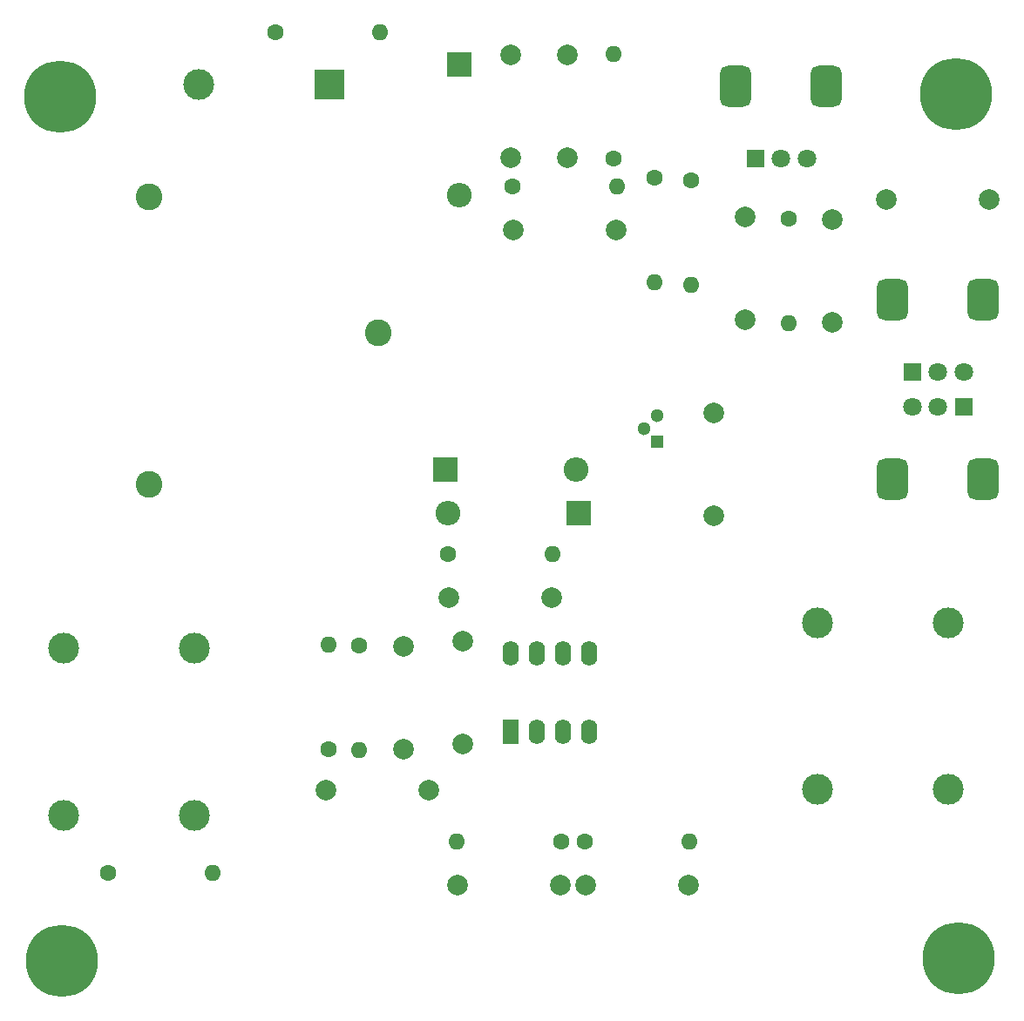
<source format=gbr>
%TF.GenerationSoftware,KiCad,Pcbnew,7.0.7*%
%TF.CreationDate,2024-03-10T16:06:42-05:00*%
%TF.ProjectId,Distortion,44697374-6f72-4746-996f-6e2e6b696361,rev?*%
%TF.SameCoordinates,Original*%
%TF.FileFunction,Soldermask,Bot*%
%TF.FilePolarity,Negative*%
%FSLAX46Y46*%
G04 Gerber Fmt 4.6, Leading zero omitted, Abs format (unit mm)*
G04 Created by KiCad (PCBNEW 7.0.7) date 2024-03-10 16:06:42*
%MOMM*%
%LPD*%
G01*
G04 APERTURE LIST*
G04 Aperture macros list*
%AMRoundRect*
0 Rectangle with rounded corners*
0 $1 Rounding radius*
0 $2 $3 $4 $5 $6 $7 $8 $9 X,Y pos of 4 corners*
0 Add a 4 corners polygon primitive as box body*
4,1,4,$2,$3,$4,$5,$6,$7,$8,$9,$2,$3,0*
0 Add four circle primitives for the rounded corners*
1,1,$1+$1,$2,$3*
1,1,$1+$1,$4,$5*
1,1,$1+$1,$6,$7*
1,1,$1+$1,$8,$9*
0 Add four rect primitives between the rounded corners*
20,1,$1+$1,$2,$3,$4,$5,0*
20,1,$1+$1,$4,$5,$6,$7,0*
20,1,$1+$1,$6,$7,$8,$9,0*
20,1,$1+$1,$8,$9,$2,$3,0*%
G04 Aperture macros list end*
%ADD10C,0.800000*%
%ADD11C,7.000000*%
%ADD12R,1.600000X2.400000*%
%ADD13O,1.600000X2.400000*%
%ADD14RoundRect,0.750000X-0.750000X1.250000X-0.750000X-1.250000X0.750000X-1.250000X0.750000X1.250000X0*%
%ADD15C,1.800000*%
%ADD16R,1.800000X1.800000*%
%ADD17RoundRect,0.750000X0.750000X-1.250000X0.750000X1.250000X-0.750000X1.250000X-0.750000X-1.250000X0*%
%ADD18C,1.600000*%
%ADD19O,1.600000X1.600000*%
%ADD20C,1.300000*%
%ADD21R,1.300000X1.300000*%
%ADD22C,3.000000*%
%ADD23O,2.400000X2.400000*%
%ADD24R,2.400000X2.400000*%
%ADD25C,2.000000*%
%ADD26R,3.000000X3.000000*%
%ADD27C,2.600000*%
G04 APERTURE END LIST*
D10*
%TO.C,H4*%
X120875000Y-148625000D03*
X123500000Y-146000000D03*
D11*
X120875000Y-146000000D03*
D10*
X120875000Y-143375000D03*
X119018845Y-147856155D03*
X119018845Y-144143845D03*
X122731155Y-147856155D03*
X118250000Y-146000000D03*
X122731155Y-144143845D03*
%TD*%
%TO.C,H3*%
X122606155Y-60143845D03*
X118125000Y-62000000D03*
X122606155Y-63856155D03*
X118893845Y-60143845D03*
X118893845Y-63856155D03*
X120750000Y-59375000D03*
D11*
X120750000Y-62000000D03*
D10*
X123375000Y-62000000D03*
X120750000Y-64625000D03*
%TD*%
%TO.C,H2*%
X208000000Y-148375000D03*
X210625000Y-145750000D03*
D11*
X208000000Y-145750000D03*
D10*
X208000000Y-143125000D03*
X206143845Y-147606155D03*
X206143845Y-143893845D03*
X209856155Y-147606155D03*
X205375000Y-145750000D03*
X209856155Y-143893845D03*
%TD*%
%TO.C,H1*%
X209606155Y-59893845D03*
X205125000Y-61750000D03*
X209606155Y-63606155D03*
X205893845Y-59893845D03*
X205893845Y-63606155D03*
X207750000Y-59125000D03*
D11*
X207750000Y-61750000D03*
D10*
X210375000Y-61750000D03*
X207750000Y-64375000D03*
%TD*%
D12*
%TO.C,U1*%
X164500000Y-123750000D03*
D13*
X167040000Y-123750000D03*
X169580000Y-123750000D03*
X172120000Y-123750000D03*
X172120000Y-116130000D03*
X169580000Y-116130000D03*
X167040000Y-116130000D03*
X164500000Y-116130000D03*
%TD*%
D14*
%TO.C,RV3*%
X201600000Y-99200000D03*
X210400000Y-99200000D03*
D15*
X203500000Y-92200000D03*
X206000000Y-92200000D03*
D16*
X208500000Y-92200000D03*
%TD*%
D17*
%TO.C,RV2*%
X210400000Y-81800000D03*
X201600000Y-81800000D03*
D15*
X208500000Y-88800000D03*
X206000000Y-88800000D03*
D16*
X203500000Y-88800000D03*
%TD*%
D17*
%TO.C,RV1*%
X195150000Y-61050000D03*
X186350000Y-61050000D03*
D15*
X193250000Y-68050000D03*
X190750000Y-68050000D03*
D16*
X188250000Y-68050000D03*
%TD*%
D18*
%TO.C,R12*%
X182000000Y-70170000D03*
D19*
X182000000Y-80330000D03*
%TD*%
D18*
%TO.C,R11*%
X178500000Y-69920000D03*
D19*
X178500000Y-80080000D03*
%TD*%
%TO.C,R10*%
X191500000Y-84080000D03*
D18*
X191500000Y-73920000D03*
%TD*%
%TO.C,R9*%
X158420000Y-106500000D03*
D19*
X168580000Y-106500000D03*
%TD*%
D18*
%TO.C,R8*%
X169380000Y-134425000D03*
D19*
X159220000Y-134425000D03*
%TD*%
D18*
%TO.C,R7*%
X171720000Y-134425000D03*
D19*
X181880000Y-134425000D03*
%TD*%
D18*
%TO.C,R6*%
X149800000Y-115345000D03*
D19*
X149800000Y-125505000D03*
%TD*%
D18*
%TO.C,R5*%
X146800000Y-125425000D03*
D19*
X146800000Y-115265000D03*
%TD*%
%TO.C,R4*%
X135580000Y-137500000D03*
D18*
X125420000Y-137500000D03*
%TD*%
%TO.C,R3*%
X164670000Y-70750000D03*
D19*
X174830000Y-70750000D03*
%TD*%
D18*
%TO.C,R2*%
X174500000Y-68080000D03*
D19*
X174500000Y-57920000D03*
%TD*%
%TO.C,R1*%
X151830000Y-55750000D03*
D18*
X141670000Y-55750000D03*
%TD*%
D20*
%TO.C,Q1*%
X178750000Y-93000000D03*
X177480000Y-94270000D03*
D21*
X178750000Y-95540000D03*
%TD*%
D22*
%TO.C,J2*%
X206975000Y-113135000D03*
X206975000Y-129365000D03*
X194275000Y-113135000D03*
X194275000Y-129365000D03*
%TD*%
%TO.C,J1*%
X121025000Y-131865000D03*
X121025000Y-115635000D03*
X133725000Y-131865000D03*
X133725000Y-115635000D03*
%TD*%
D23*
%TO.C,D3*%
X170850000Y-98250000D03*
D24*
X158150000Y-98250000D03*
%TD*%
D23*
%TO.C,D2*%
X158400000Y-102500000D03*
D24*
X171100000Y-102500000D03*
%TD*%
D23*
%TO.C,D1*%
X159500000Y-71600000D03*
D24*
X159500000Y-58900000D03*
%TD*%
D25*
%TO.C,C13*%
X159800000Y-124925000D03*
X159800000Y-114925000D03*
%TD*%
%TO.C,C12*%
X184250000Y-92750000D03*
X184250000Y-102750000D03*
%TD*%
%TO.C,C11*%
X195750000Y-74000000D03*
X195750000Y-84000000D03*
%TD*%
%TO.C,C10*%
X187250000Y-73750000D03*
X187250000Y-83750000D03*
%TD*%
%TO.C,C9*%
X168500000Y-110750000D03*
X158500000Y-110750000D03*
%TD*%
%TO.C,C8*%
X211000000Y-72000000D03*
X201000000Y-72000000D03*
%TD*%
%TO.C,C7*%
X159300000Y-138675000D03*
X169300000Y-138675000D03*
%TD*%
%TO.C,C6*%
X181800000Y-138675000D03*
X171800000Y-138675000D03*
%TD*%
%TO.C,C5*%
X154050000Y-125425000D03*
X154050000Y-115425000D03*
%TD*%
%TO.C,C4*%
X146550000Y-129425000D03*
X156550000Y-129425000D03*
%TD*%
%TO.C,C3*%
X174750000Y-75000000D03*
X164750000Y-75000000D03*
%TD*%
%TO.C,C2*%
X170000000Y-58000000D03*
X170000000Y-68000000D03*
%TD*%
%TO.C,C1*%
X164500000Y-68000000D03*
X164500000Y-58000000D03*
%TD*%
D22*
%TO.C,BT1*%
X134150000Y-60850000D03*
D26*
X146850000Y-60850000D03*
D27*
X129400000Y-71750000D03*
X151600000Y-85000000D03*
X129400000Y-99750000D03*
%TD*%
M02*

</source>
